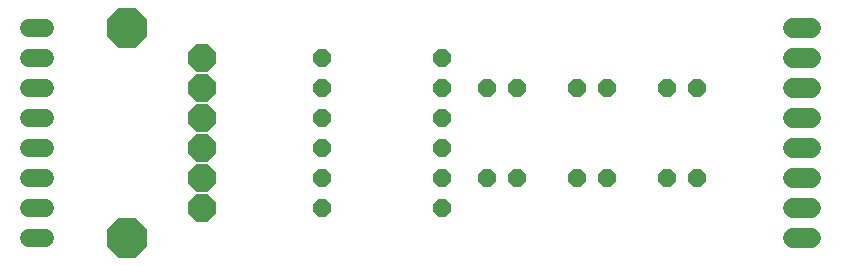
<source format=gbr>
G04 EAGLE Gerber X2 export*
G04 #@! %TF.Part,Single*
G04 #@! %TF.FileFunction,Soldermask,Bot,1*
G04 #@! %TF.FilePolarity,Negative*
G04 #@! %TF.GenerationSoftware,Autodesk,EAGLE,9.0.0*
G04 #@! %TF.CreationDate,2019-08-08T19:01:50Z*
G75*
%MOMM*%
%FSLAX34Y34*%
%LPD*%
%AMOC8*
5,1,8,0,0,1.08239X$1,22.5*%
G01*
%ADD10C,1.524000*%
%ADD11C,1.727200*%
%ADD12P,3.656530X8X22.500000*%
%ADD13P,2.556822X8X22.500000*%
%ADD14P,1.649562X8X202.500000*%


D10*
X95504Y203200D02*
X82296Y203200D01*
X82296Y177800D02*
X95504Y177800D01*
X95504Y152400D02*
X82296Y152400D01*
X82296Y127000D02*
X95504Y127000D01*
X95504Y101600D02*
X82296Y101600D01*
X82296Y76200D02*
X95504Y76200D01*
X95504Y50800D02*
X82296Y50800D01*
X82296Y25400D02*
X95504Y25400D01*
D11*
X728980Y25400D02*
X744220Y25400D01*
X744220Y50800D02*
X728980Y50800D01*
X728980Y76200D02*
X744220Y76200D01*
X744220Y101600D02*
X728980Y101600D01*
X728980Y127000D02*
X744220Y127000D01*
X744220Y152400D02*
X728980Y152400D01*
X728980Y177800D02*
X744220Y177800D01*
X744220Y203200D02*
X728980Y203200D01*
D12*
X165100Y203200D03*
X165100Y25400D03*
D13*
X228600Y177800D03*
D14*
X431800Y177800D03*
X330200Y177800D03*
X495300Y152400D03*
X469900Y152400D03*
D13*
X228600Y152400D03*
D14*
X431800Y152400D03*
X330200Y152400D03*
X571500Y152400D03*
X546100Y152400D03*
D13*
X228600Y127000D03*
D14*
X431800Y127000D03*
X330200Y127000D03*
X647700Y152400D03*
X622300Y152400D03*
D13*
X228600Y101600D03*
D14*
X431800Y101600D03*
X330200Y101600D03*
X495300Y76200D03*
X469900Y76200D03*
D13*
X228600Y76200D03*
D14*
X431800Y76200D03*
X330200Y76200D03*
X571500Y76200D03*
X546100Y76200D03*
D13*
X228600Y50800D03*
D14*
X431800Y50800D03*
X330200Y50800D03*
X647700Y76200D03*
X622300Y76200D03*
M02*

</source>
